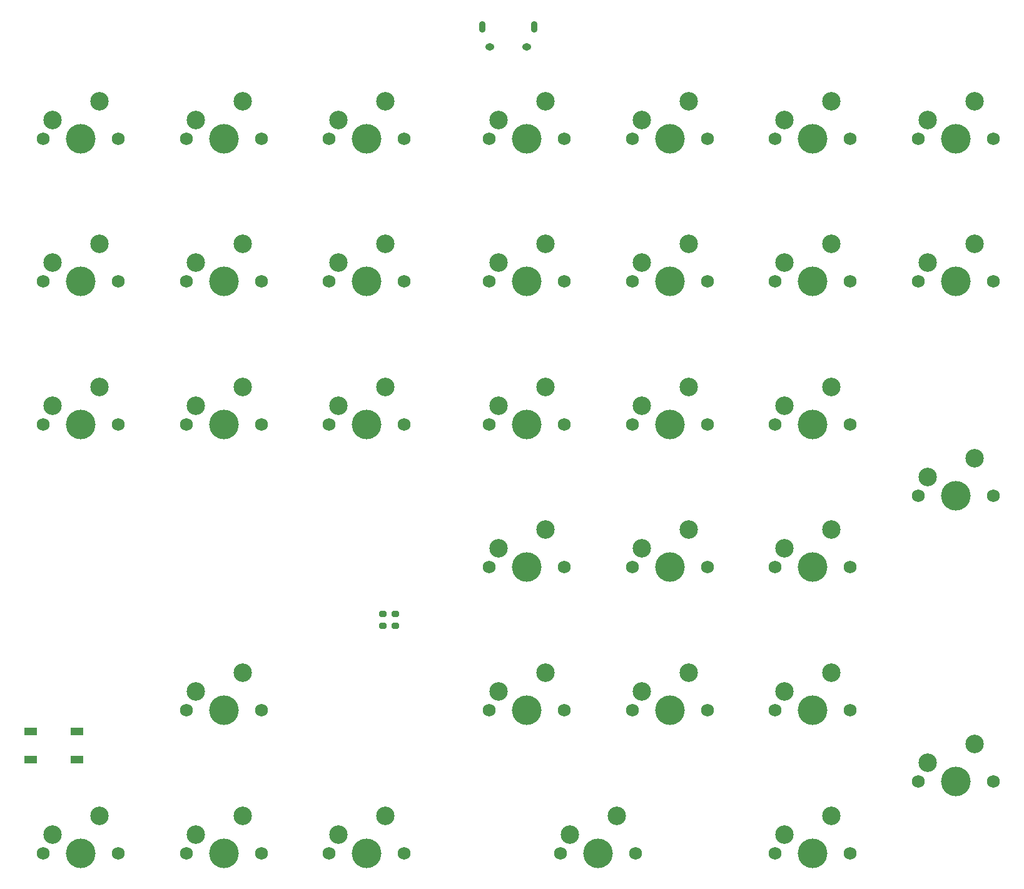
<source format=gbr>
%TF.GenerationSoftware,KiCad,Pcbnew,8.0.3*%
%TF.CreationDate,2024-06-19T10:52:00-07:00*%
%TF.ProjectId,CustomNumpad,43757374-6f6d-44e7-956d-7061642e6b69,rev?*%
%TF.SameCoordinates,Original*%
%TF.FileFunction,Soldermask,Top*%
%TF.FilePolarity,Negative*%
%FSLAX46Y46*%
G04 Gerber Fmt 4.6, Leading zero omitted, Abs format (unit mm)*
G04 Created by KiCad (PCBNEW 8.0.3) date 2024-06-19 10:52:00*
%MOMM*%
%LPD*%
G01*
G04 APERTURE LIST*
G04 Aperture macros list*
%AMRoundRect*
0 Rectangle with rounded corners*
0 $1 Rounding radius*
0 $2 $3 $4 $5 $6 $7 $8 $9 X,Y pos of 4 corners*
0 Add a 4 corners polygon primitive as box body*
4,1,4,$2,$3,$4,$5,$6,$7,$8,$9,$2,$3,0*
0 Add four circle primitives for the rounded corners*
1,1,$1+$1,$2,$3*
1,1,$1+$1,$4,$5*
1,1,$1+$1,$6,$7*
1,1,$1+$1,$8,$9*
0 Add four rect primitives between the rounded corners*
20,1,$1+$1,$2,$3,$4,$5,0*
20,1,$1+$1,$4,$5,$6,$7,0*
20,1,$1+$1,$6,$7,$8,$9,0*
20,1,$1+$1,$8,$9,$2,$3,0*%
G04 Aperture macros list end*
%ADD10C,2.500000*%
%ADD11C,4.000000*%
%ADD12C,1.750000*%
%ADD13O,0.890000X1.550000*%
%ADD14O,1.250000X0.950000*%
%ADD15R,1.700000X1.000000*%
%ADD16RoundRect,0.200000X-0.275000X0.200000X-0.275000X-0.200000X0.275000X-0.200000X0.275000X0.200000X0*%
%ADD17RoundRect,0.200000X0.275000X-0.200000X0.275000X0.200000X-0.275000X0.200000X-0.275000X-0.200000X0*%
G04 APERTURE END LIST*
D10*
%TO.C,SW34*%
X89540000Y-32060000D03*
X95890000Y-29520000D03*
D11*
X93350000Y-34600000D03*
D12*
X88270000Y-34600000D03*
X98430000Y-34600000D03*
%TD*%
D10*
%TO.C,SW33*%
X70190000Y-32060000D03*
X76540000Y-29520000D03*
D11*
X74000000Y-34600000D03*
D12*
X68920000Y-34600000D03*
X79080000Y-34600000D03*
%TD*%
D10*
%TO.C,SW32*%
X50840000Y-32060000D03*
X57190000Y-29520000D03*
D11*
X54650000Y-34600000D03*
D12*
X49570000Y-34600000D03*
X59730000Y-34600000D03*
%TD*%
D10*
%TO.C,SW31*%
X89540000Y-51410000D03*
X95890000Y-48870000D03*
D11*
X93350000Y-53950000D03*
D12*
X88270000Y-53950000D03*
X98430000Y-53950000D03*
%TD*%
D10*
%TO.C,SW30*%
X70190000Y-51410000D03*
X76540000Y-48870000D03*
D11*
X74000000Y-53950000D03*
D12*
X68920000Y-53950000D03*
X79080000Y-53950000D03*
%TD*%
D10*
%TO.C,SW29*%
X50840000Y-51410000D03*
X57190000Y-48870000D03*
D11*
X54650000Y-53950000D03*
D12*
X49570000Y-53950000D03*
X59730000Y-53950000D03*
%TD*%
D10*
%TO.C,SW28*%
X50840000Y-70760000D03*
X57190000Y-68220000D03*
D11*
X54650000Y-73300000D03*
D12*
X49570000Y-73300000D03*
X59730000Y-73300000D03*
%TD*%
D10*
%TO.C,SW27*%
X70190000Y-70760000D03*
X76540000Y-68220000D03*
D11*
X74000000Y-73300000D03*
D12*
X68920000Y-73300000D03*
X79080000Y-73300000D03*
%TD*%
D10*
%TO.C,SW26*%
X89540000Y-70760000D03*
X95890000Y-68220000D03*
D11*
X93350000Y-73300000D03*
D12*
X88270000Y-73300000D03*
X98430000Y-73300000D03*
%TD*%
D13*
%TO.C,J1*%
X109000000Y-19450000D03*
D14*
X110000000Y-22150000D03*
X115000000Y-22150000D03*
D13*
X116000000Y-19450000D03*
%TD*%
D12*
%TO.C,SW9*%
X148620000Y-73300000D03*
D11*
X153700000Y-73300000D03*
D12*
X158780000Y-73300000D03*
D10*
X149890000Y-70760000D03*
X156240000Y-68220000D03*
%TD*%
D12*
%TO.C,SW6*%
X148620000Y-92650000D03*
D11*
X153700000Y-92650000D03*
D12*
X158780000Y-92650000D03*
D10*
X149890000Y-90110000D03*
X156240000Y-87570000D03*
%TD*%
D12*
%TO.C,SW5*%
X129270000Y-92650000D03*
D11*
X134350000Y-92650000D03*
D12*
X139430000Y-92650000D03*
D10*
X130540000Y-90110000D03*
X136890000Y-87570000D03*
%TD*%
D12*
%TO.C,SW15*%
X167970000Y-121675000D03*
D11*
X173050000Y-121675000D03*
D12*
X178130000Y-121675000D03*
D10*
X169240000Y-119135000D03*
X175590000Y-116595000D03*
%TD*%
D12*
%TO.C,SW1*%
X109920000Y-112000000D03*
D11*
X115000000Y-112000000D03*
D12*
X120080000Y-112000000D03*
D10*
X111190000Y-109460000D03*
X117540000Y-106920000D03*
%TD*%
D12*
%TO.C,SW7*%
X109920000Y-73300000D03*
D11*
X115000000Y-73300000D03*
D12*
X120080000Y-73300000D03*
D10*
X111190000Y-70760000D03*
X117540000Y-68220000D03*
%TD*%
D12*
%TO.C,SW2*%
X129270000Y-112000000D03*
D11*
X134350000Y-112000000D03*
D12*
X139430000Y-112000000D03*
D10*
X130540000Y-109460000D03*
X136890000Y-106920000D03*
%TD*%
D12*
%TO.C,SW25*%
X68920000Y-112000000D03*
D11*
X74000000Y-112000000D03*
D12*
X79080000Y-112000000D03*
D10*
X70190000Y-109460000D03*
X76540000Y-106920000D03*
%TD*%
D12*
%TO.C,SW12*%
X148620000Y-53950000D03*
D11*
X153700000Y-53950000D03*
D12*
X158780000Y-53950000D03*
D10*
X149890000Y-51410000D03*
X156240000Y-48870000D03*
%TD*%
D12*
%TO.C,SW22*%
X49570000Y-131350000D03*
D11*
X54650000Y-131350000D03*
D12*
X59730000Y-131350000D03*
D10*
X50840000Y-128810000D03*
X57190000Y-126270000D03*
%TD*%
D12*
%TO.C,SW8*%
X129270000Y-73300000D03*
D11*
X134350000Y-73300000D03*
D12*
X139430000Y-73300000D03*
D10*
X130540000Y-70760000D03*
X136890000Y-68220000D03*
%TD*%
D12*
%TO.C,SW13*%
X167970000Y-53950000D03*
D11*
X173050000Y-53950000D03*
D12*
X178130000Y-53950000D03*
D10*
X169240000Y-51410000D03*
X175590000Y-48870000D03*
%TD*%
D12*
%TO.C,SW11*%
X129270000Y-53950000D03*
D11*
X134350000Y-53950000D03*
D12*
X139430000Y-53950000D03*
D10*
X130540000Y-51410000D03*
X136890000Y-48870000D03*
%TD*%
D12*
%TO.C,SW20*%
X148620000Y-34600000D03*
D11*
X153700000Y-34600000D03*
D12*
X158780000Y-34600000D03*
D10*
X149890000Y-32060000D03*
X156240000Y-29520000D03*
%TD*%
D12*
%TO.C,SW17*%
X119595000Y-131350000D03*
D11*
X124675000Y-131350000D03*
D12*
X129755000Y-131350000D03*
D10*
X120865000Y-128810000D03*
X127215000Y-126270000D03*
%TD*%
D15*
%TO.C,SW_RESET1*%
X54150000Y-118650000D03*
X47850000Y-118650000D03*
X54150000Y-114850000D03*
X47850000Y-114850000D03*
%TD*%
D12*
%TO.C,SW14*%
X167970000Y-82975000D03*
D11*
X173050000Y-82975000D03*
D12*
X178130000Y-82975000D03*
D10*
X169240000Y-80435000D03*
X175590000Y-77895000D03*
%TD*%
D12*
%TO.C,SW24*%
X88270000Y-131350000D03*
D11*
X93350000Y-131350000D03*
D12*
X98430000Y-131350000D03*
D10*
X89540000Y-128810000D03*
X95890000Y-126270000D03*
%TD*%
D12*
%TO.C,SW4*%
X109920000Y-92650000D03*
D11*
X115000000Y-92650000D03*
D12*
X120080000Y-92650000D03*
D10*
X111190000Y-90110000D03*
X117540000Y-87570000D03*
%TD*%
D12*
%TO.C,SW18*%
X109920000Y-34600000D03*
D11*
X115000000Y-34600000D03*
D12*
X120080000Y-34600000D03*
D10*
X111190000Y-32060000D03*
X117540000Y-29520000D03*
%TD*%
D12*
%TO.C,SW3*%
X148620000Y-112000000D03*
D11*
X153700000Y-112000000D03*
D12*
X158780000Y-112000000D03*
D10*
X149890000Y-109460000D03*
X156240000Y-106920000D03*
%TD*%
D12*
%TO.C,SW19*%
X129270000Y-34600000D03*
D11*
X134350000Y-34600000D03*
D12*
X139430000Y-34600000D03*
D10*
X130540000Y-32060000D03*
X136890000Y-29520000D03*
%TD*%
D12*
%TO.C,SW23*%
X68920000Y-131350000D03*
D11*
X74000000Y-131350000D03*
D12*
X79080000Y-131350000D03*
D10*
X70190000Y-128810000D03*
X76540000Y-126270000D03*
%TD*%
D12*
%TO.C,SW16*%
X148620000Y-131350000D03*
D11*
X153700000Y-131350000D03*
D12*
X158780000Y-131350000D03*
D10*
X149890000Y-128810000D03*
X156240000Y-126270000D03*
%TD*%
D12*
%TO.C,SW10*%
X109920000Y-53950000D03*
D11*
X115000000Y-53950000D03*
D12*
X120080000Y-53950000D03*
D10*
X111190000Y-51410000D03*
X117540000Y-48870000D03*
%TD*%
D12*
%TO.C,SW21*%
X167970000Y-34600000D03*
D11*
X173050000Y-34600000D03*
D12*
X178130000Y-34600000D03*
D10*
X169240000Y-32060000D03*
X175590000Y-29520000D03*
%TD*%
D16*
%TO.C,R12*%
X95500000Y-98925000D03*
X95500000Y-100575000D03*
%TD*%
D17*
%TO.C,R13*%
X97250000Y-100575000D03*
X97250000Y-98925000D03*
%TD*%
M02*

</source>
